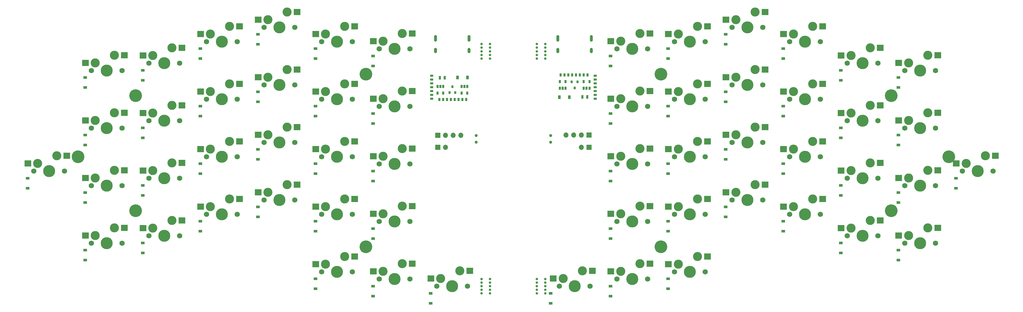
<source format=gbs>
%TF.GenerationSoftware,KiCad,Pcbnew,(5.1.7)-1*%
%TF.CreationDate,2021-02-09T20:12:25+08:00*%
%TF.ProjectId,jiran-ble,6a697261-6e2d-4626-9c65-2e6b69636164,rev?*%
%TF.SameCoordinates,Original*%
%TF.FileFunction,Soldermask,Bot*%
%TF.FilePolarity,Negative*%
%FSLAX46Y46*%
G04 Gerber Fmt 4.6, Leading zero omitted, Abs format (unit mm)*
G04 Created by KiCad (PCBNEW (5.1.7)-1) date 2021-02-09 20:12:25*
%MOMM*%
%LPD*%
G01*
G04 APERTURE LIST*
%ADD10C,0.800000*%
%ADD11C,3.987800*%
%ADD12C,3.000000*%
%ADD13R,2.300000X2.000000*%
%ADD14C,1.750000*%
%ADD15R,0.800000X1.200000*%
%ADD16R,0.650000X1.000000*%
%ADD17R,1.000000X0.650000*%
%ADD18R,0.650000X1.060000*%
%ADD19C,1.000000*%
%ADD20R,0.800000X0.900000*%
%ADD21O,1.700000X1.700000*%
%ADD22R,1.700000X1.700000*%
%ADD23C,4.200000*%
%ADD24R,1.200000X0.900000*%
%ADD25R,0.900000X1.200000*%
G04 APERTURE END LIST*
D10*
%TO.C,P4*%
X191491850Y-127000000D03*
X191491850Y-125809300D03*
X191491850Y-128190700D03*
X191491850Y-129381400D03*
X191491850Y-124618600D03*
X194270150Y-124618600D03*
X194270150Y-125809300D03*
X194270150Y-129381400D03*
X194270150Y-128190700D03*
X194270150Y-127000000D03*
%TD*%
%TO.C,P3*%
X191491850Y-49212500D03*
X191491850Y-48021800D03*
X191491850Y-50403200D03*
X191491850Y-51593900D03*
X191491850Y-46831100D03*
X194270150Y-46831100D03*
X194270150Y-48021800D03*
X194270150Y-51593900D03*
X194270150Y-50403200D03*
X194270150Y-49212500D03*
%TD*%
%TO.C,P2*%
X173235850Y-49212500D03*
X173235850Y-48021800D03*
X173235850Y-50403200D03*
X173235850Y-51593900D03*
X173235850Y-46831100D03*
X176014150Y-46831100D03*
X176014150Y-48021800D03*
X176014150Y-51593900D03*
X176014150Y-50403200D03*
X176014150Y-49212500D03*
%TD*%
%TO.C,P1*%
X173235850Y-127000000D03*
X173235850Y-125809300D03*
X173235850Y-128190700D03*
X173235850Y-129381400D03*
X173235850Y-124618600D03*
X176014150Y-124618600D03*
X176014150Y-125809300D03*
X176014150Y-129381400D03*
X176014150Y-128190700D03*
X176014150Y-127000000D03*
%TD*%
D11*
%TO.C,SW22*%
X87312500Y-103188000D03*
D12*
X89852500Y-98108000D03*
D13*
X93154500Y-98108000D03*
D14*
X92392500Y-103188000D03*
D13*
X80227500Y-100648000D03*
D12*
X83502500Y-100648000D03*
D14*
X82232500Y-103188000D03*
%TD*%
D15*
%TO.C,X2*%
X208159000Y-64293800D03*
X206559000Y-64293800D03*
%TD*%
%TO.C,X1*%
X159410000Y-57943800D03*
X161010000Y-57943800D03*
%TD*%
D16*
%TO.C,U5*%
X208252000Y-57077800D03*
X204442000Y-57077800D03*
D17*
X210792000Y-62411800D03*
X210792000Y-59871800D03*
X210792000Y-63681800D03*
X210792000Y-58601800D03*
D16*
X199362000Y-57077800D03*
X206982000Y-57077800D03*
X201902000Y-57077800D03*
X203172000Y-57077800D03*
X205712000Y-57077800D03*
X200632000Y-57077800D03*
D17*
X210792000Y-64951800D03*
X210792000Y-61141800D03*
X210792000Y-57331800D03*
%TD*%
D18*
%TO.C,U4*%
X207012000Y-61425000D03*
X208912000Y-61425000D03*
X207012000Y-59225000D03*
X207962000Y-61425000D03*
X208912000Y-59225000D03*
%TD*%
D16*
%TO.C,U2*%
X159254000Y-65159800D03*
X163064000Y-65159800D03*
D17*
X156714000Y-59825800D03*
X156714000Y-62365800D03*
X156714000Y-58555800D03*
X156714000Y-63635800D03*
D16*
X168144000Y-65159800D03*
X160524000Y-65159800D03*
X165604000Y-65159800D03*
X164334000Y-65159800D03*
X161794000Y-65159800D03*
X166874000Y-65159800D03*
D17*
X156714000Y-57285800D03*
X156714000Y-61095800D03*
X156714000Y-64905800D03*
%TD*%
D18*
%TO.C,U1*%
X160526000Y-60812500D03*
X158626000Y-60812500D03*
X160526000Y-63012500D03*
X159576000Y-60812500D03*
X158626000Y-63012500D03*
%TD*%
D11*
%TO.C,SW32*%
X299244000Y-53181200D03*
D12*
X301784000Y-48101200D03*
D13*
X305086000Y-48101200D03*
D14*
X304324000Y-53181200D03*
D13*
X292159000Y-50641200D03*
D12*
X295434000Y-50641200D03*
D14*
X294164000Y-53181200D03*
%TD*%
D11*
%TO.C,SW31*%
X318294000Y-55562500D03*
D12*
X320834000Y-50482500D03*
D13*
X324136000Y-50482500D03*
D14*
X323374000Y-55562500D03*
D13*
X311209000Y-53022500D03*
D12*
X314484000Y-53022500D03*
D14*
X313214000Y-55562500D03*
%TD*%
D11*
%TO.C,SW29*%
X163512000Y-127000000D03*
D12*
X166052000Y-121920000D03*
D13*
X169354000Y-121920000D03*
D14*
X168592000Y-127000000D03*
D13*
X156427000Y-124460000D03*
D12*
X159702000Y-124460000D03*
D14*
X158432000Y-127000000D03*
%TD*%
D19*
%TO.C,SW1*%
X171450000Y-79332000D03*
X171450000Y-77132000D03*
%TD*%
D20*
%TO.C,Q3*%
X204944000Y-59325000D03*
X203994000Y-61325000D03*
X203044000Y-59325000D03*
%TD*%
D19*
%TO.C,J5*%
X209569300Y-44627800D03*
X209569300Y-44932600D03*
X198418700Y-45554900D03*
X198418700Y-45262800D03*
X198418700Y-44919900D03*
X198418700Y-44615100D03*
X198418400Y-44335700D03*
X209569300Y-45275500D03*
X198418700Y-49098200D03*
X198419000Y-49343500D03*
X198419000Y-48581500D03*
X198419000Y-48844200D03*
X209569600Y-49343500D03*
X209569600Y-48581500D03*
X209569300Y-49098200D03*
X209569600Y-48844200D03*
X209569300Y-45567600D03*
X209569000Y-44348400D03*
%TD*%
D21*
%TO.C,J3*%
X166370000Y-76993800D03*
D22*
X158750000Y-76993800D03*
D21*
X161290000Y-76993800D03*
X163830000Y-76993800D03*
%TD*%
D19*
%TO.C,J2*%
X169087300Y-44627800D03*
X169087300Y-44932600D03*
X157936700Y-45554900D03*
X157936700Y-45262800D03*
X157936700Y-44919900D03*
X157936700Y-44615100D03*
X157936400Y-44335700D03*
X169087300Y-45275500D03*
X157936700Y-49098200D03*
X157937000Y-49343500D03*
X157937000Y-48581500D03*
X157937000Y-48844200D03*
X169087600Y-49343500D03*
X169087600Y-48581500D03*
X169087300Y-49098200D03*
X169087600Y-48844200D03*
X169087300Y-45567600D03*
X169087000Y-44348400D03*
%TD*%
D23*
%TO.C,HM10*%
X327819000Y-84137500D03*
%TD*%
%TO.C,HM9*%
X308769000Y-101997000D03*
%TD*%
%TO.C,HM8*%
X308769000Y-63896900D03*
%TD*%
%TO.C,HM7*%
X232569000Y-56753100D03*
%TD*%
%TO.C,HM6*%
X232569000Y-113903000D03*
%TD*%
%TO.C,HM5*%
X39687500Y-84137500D03*
%TD*%
%TO.C,HM4*%
X58737500Y-101997000D03*
%TD*%
%TO.C,HM3*%
X58737500Y-63896900D03*
%TD*%
%TO.C,HM2*%
X134938000Y-56753100D03*
%TD*%
%TO.C,HM1*%
X134938000Y-113903000D03*
%TD*%
D24*
%TO.C,D58*%
X196056000Y-132619000D03*
X196056000Y-129319000D03*
%TD*%
%TO.C,D57*%
X215900000Y-130238000D03*
X215900000Y-126938000D03*
%TD*%
%TO.C,D56*%
X234950000Y-127856000D03*
X234950000Y-124556000D03*
%TD*%
%TO.C,D55*%
X330200000Y-94518800D03*
X330200000Y-91218800D03*
%TD*%
%TO.C,D54*%
X215900000Y-111188000D03*
X215900000Y-107888000D03*
%TD*%
%TO.C,D53*%
X234950000Y-108806000D03*
X234950000Y-105506000D03*
%TD*%
%TO.C,D52*%
X254000000Y-104044000D03*
X254000000Y-100744000D03*
%TD*%
%TO.C,D51*%
X273050000Y-108806000D03*
X273050000Y-105506000D03*
%TD*%
%TO.C,D50*%
X292100000Y-115950000D03*
X292100000Y-112650000D03*
%TD*%
%TO.C,D49*%
X311150000Y-118331000D03*
X311150000Y-115031000D03*
%TD*%
%TO.C,D48*%
X215900000Y-92137500D03*
X215900000Y-88837500D03*
%TD*%
%TO.C,D47*%
X234950000Y-89756200D03*
X234950000Y-86456200D03*
%TD*%
%TO.C,D46*%
X254000000Y-84993800D03*
X254000000Y-81693800D03*
%TD*%
%TO.C,D45*%
X273050000Y-89756200D03*
X273050000Y-86456200D03*
%TD*%
%TO.C,D44*%
X292100000Y-96900000D03*
X292100000Y-93600000D03*
%TD*%
%TO.C,D43*%
X311150000Y-99281200D03*
X311150000Y-95981200D03*
%TD*%
%TO.C,D42*%
X215900000Y-73087500D03*
X215900000Y-69787500D03*
%TD*%
%TO.C,D41*%
X234950000Y-70706200D03*
X234950000Y-67406200D03*
%TD*%
%TO.C,D40*%
X254000000Y-65943800D03*
X254000000Y-62643800D03*
%TD*%
%TO.C,D39*%
X273050000Y-70706200D03*
X273050000Y-67406200D03*
%TD*%
%TO.C,D38*%
X292100000Y-77850000D03*
X292100000Y-74550000D03*
%TD*%
%TO.C,D37*%
X311150000Y-80231200D03*
X311150000Y-76931200D03*
%TD*%
%TO.C,D36*%
X215900000Y-54037500D03*
X215900000Y-50737500D03*
%TD*%
%TO.C,D35*%
X234950000Y-51656200D03*
X234950000Y-48356200D03*
%TD*%
%TO.C,D34*%
X254000000Y-46893800D03*
X254000000Y-43593800D03*
%TD*%
%TO.C,D33*%
X273050000Y-51656200D03*
X273050000Y-48356200D03*
%TD*%
%TO.C,D32*%
X292100000Y-58800000D03*
X292100000Y-55500000D03*
%TD*%
%TO.C,D31*%
X311150000Y-61181200D03*
X311150000Y-57881200D03*
%TD*%
D25*
%TO.C,D30*%
X198915000Y-64389000D03*
X202215000Y-64389000D03*
%TD*%
D24*
%TO.C,D29*%
X156369000Y-132619000D03*
X156369000Y-129319000D03*
%TD*%
%TO.C,D28*%
X137319000Y-130238000D03*
X137319000Y-126938000D03*
%TD*%
%TO.C,D27*%
X118269000Y-127856000D03*
X118269000Y-124556000D03*
%TD*%
%TO.C,D26*%
X23018800Y-94518800D03*
X23018800Y-91218800D03*
%TD*%
%TO.C,D25*%
X137319000Y-111188000D03*
X137319000Y-107888000D03*
%TD*%
%TO.C,D24*%
X118269000Y-108806000D03*
X118269000Y-105506000D03*
%TD*%
%TO.C,D23*%
X99218800Y-104044000D03*
X99218800Y-100744000D03*
%TD*%
%TO.C,D22*%
X80168800Y-108806000D03*
X80168800Y-105506000D03*
%TD*%
%TO.C,D21*%
X61118800Y-115950000D03*
X61118800Y-112650000D03*
%TD*%
%TO.C,D20*%
X42068800Y-118331000D03*
X42068800Y-115031000D03*
%TD*%
%TO.C,D19*%
X137319000Y-92137500D03*
X137319000Y-88837500D03*
%TD*%
%TO.C,D18*%
X118269000Y-89756200D03*
X118269000Y-86456200D03*
%TD*%
%TO.C,D17*%
X99218800Y-84993800D03*
X99218800Y-81693800D03*
%TD*%
%TO.C,D16*%
X80168800Y-89756200D03*
X80168800Y-86456200D03*
%TD*%
%TO.C,D15*%
X61118800Y-96900000D03*
X61118800Y-93600000D03*
%TD*%
%TO.C,D14*%
X42068800Y-99281200D03*
X42068800Y-95981200D03*
%TD*%
%TO.C,D13*%
X137319000Y-73087500D03*
X137319000Y-69787500D03*
%TD*%
%TO.C,D12*%
X118269000Y-70706200D03*
X118269000Y-67406200D03*
%TD*%
%TO.C,D11*%
X99218800Y-65943800D03*
X99218800Y-62643800D03*
%TD*%
%TO.C,D10*%
X80168800Y-70706200D03*
X80168800Y-67406200D03*
%TD*%
%TO.C,D9*%
X61118800Y-77850000D03*
X61118800Y-74550000D03*
%TD*%
%TO.C,D8*%
X42068800Y-80231200D03*
X42068800Y-76931200D03*
%TD*%
%TO.C,D7*%
X137319000Y-54037500D03*
X137319000Y-50737500D03*
%TD*%
%TO.C,D6*%
X118269000Y-51656200D03*
X118269000Y-48356200D03*
%TD*%
%TO.C,D5*%
X99218800Y-46893800D03*
X99218800Y-43593800D03*
%TD*%
%TO.C,D4*%
X80168800Y-51656200D03*
X80168800Y-48356200D03*
%TD*%
%TO.C,D3*%
X61118800Y-58800000D03*
X61118800Y-55500000D03*
%TD*%
%TO.C,D2*%
X42068800Y-61181200D03*
X42068800Y-57881200D03*
%TD*%
D25*
%TO.C,D1*%
X168592000Y-57848500D03*
X165292000Y-57848500D03*
%TD*%
D18*
%TO.C,U6*%
X199075000Y-61425000D03*
X200975000Y-61425000D03*
X199075000Y-59225000D03*
X200025000Y-61425000D03*
X200975000Y-59225000D03*
%TD*%
D11*
%TO.C,SW58*%
X203994000Y-127000000D03*
D12*
X206534000Y-121920000D03*
D13*
X209836000Y-121920000D03*
D14*
X209074000Y-127000000D03*
D13*
X196909000Y-124460000D03*
D12*
X200184000Y-124460000D03*
D14*
X198914000Y-127000000D03*
%TD*%
D11*
%TO.C,SW57*%
X223044000Y-124619000D03*
D12*
X225584000Y-119539000D03*
D13*
X228886000Y-119539000D03*
D14*
X228124000Y-124619000D03*
D13*
X215959000Y-122079000D03*
D12*
X219234000Y-122079000D03*
D14*
X217964000Y-124619000D03*
%TD*%
D11*
%TO.C,SW56*%
X242094000Y-122238000D03*
D12*
X244634000Y-117158000D03*
D13*
X247936000Y-117158000D03*
D14*
X247174000Y-122238000D03*
D13*
X235009000Y-119698000D03*
D12*
X238284000Y-119698000D03*
D14*
X237014000Y-122238000D03*
%TD*%
D11*
%TO.C,SW55*%
X337344000Y-88900000D03*
D12*
X339884000Y-83820000D03*
D13*
X343186000Y-83820000D03*
D14*
X342424000Y-88900000D03*
D13*
X330259000Y-86360000D03*
D12*
X333534000Y-86360000D03*
D14*
X332264000Y-88900000D03*
%TD*%
D11*
%TO.C,SW54*%
X223044000Y-105569000D03*
D12*
X225584000Y-100489000D03*
D13*
X228886000Y-100489000D03*
D14*
X228124000Y-105569000D03*
D13*
X215959000Y-103029000D03*
D12*
X219234000Y-103029000D03*
D14*
X217964000Y-105569000D03*
%TD*%
D11*
%TO.C,SW53*%
X242094000Y-103188000D03*
D12*
X244634000Y-98108000D03*
D13*
X247936000Y-98108000D03*
D14*
X247174000Y-103188000D03*
D13*
X235009000Y-100648000D03*
D12*
X238284000Y-100648000D03*
D14*
X237014000Y-103188000D03*
%TD*%
D11*
%TO.C,SW52*%
X261144000Y-98425000D03*
D12*
X263684000Y-93345000D03*
D13*
X266986000Y-93345000D03*
D14*
X266224000Y-98425000D03*
D13*
X254059000Y-95885000D03*
D12*
X257334000Y-95885000D03*
D14*
X256064000Y-98425000D03*
%TD*%
D11*
%TO.C,SW51*%
X280194000Y-103188000D03*
D12*
X282734000Y-98108000D03*
D13*
X286036000Y-98108000D03*
D14*
X285274000Y-103188000D03*
D13*
X273109000Y-100648000D03*
D12*
X276384000Y-100648000D03*
D14*
X275114000Y-103188000D03*
%TD*%
D11*
%TO.C,SW50*%
X299244000Y-110331000D03*
D12*
X301784000Y-105251000D03*
D13*
X305086000Y-105251000D03*
D14*
X304324000Y-110331000D03*
D13*
X292159000Y-107791000D03*
D12*
X295434000Y-107791000D03*
D14*
X294164000Y-110331000D03*
%TD*%
D11*
%TO.C,SW49*%
X318294000Y-112712000D03*
D12*
X320834000Y-107632000D03*
D13*
X324136000Y-107632000D03*
D14*
X323374000Y-112712000D03*
D13*
X311209000Y-110172000D03*
D12*
X314484000Y-110172000D03*
D14*
X313214000Y-112712000D03*
%TD*%
D11*
%TO.C,SW48*%
X223044000Y-86518800D03*
D12*
X225584000Y-81438800D03*
D13*
X228886000Y-81438800D03*
D14*
X228124000Y-86518800D03*
D13*
X215959000Y-83978800D03*
D12*
X219234000Y-83978800D03*
D14*
X217964000Y-86518800D03*
%TD*%
D11*
%TO.C,SW47*%
X242094000Y-84137500D03*
D12*
X244634000Y-79057500D03*
D13*
X247936000Y-79057500D03*
D14*
X247174000Y-84137500D03*
D13*
X235009000Y-81597500D03*
D12*
X238284000Y-81597500D03*
D14*
X237014000Y-84137500D03*
%TD*%
D11*
%TO.C,SW46*%
X261144000Y-79375000D03*
D12*
X263684000Y-74295000D03*
D13*
X266986000Y-74295000D03*
D14*
X266224000Y-79375000D03*
D13*
X254059000Y-76835000D03*
D12*
X257334000Y-76835000D03*
D14*
X256064000Y-79375000D03*
%TD*%
D11*
%TO.C,SW45*%
X280194000Y-84137500D03*
D12*
X282734000Y-79057500D03*
D13*
X286036000Y-79057500D03*
D14*
X285274000Y-84137500D03*
D13*
X273109000Y-81597500D03*
D12*
X276384000Y-81597500D03*
D14*
X275114000Y-84137500D03*
%TD*%
D11*
%TO.C,SW44*%
X299244000Y-91281200D03*
D12*
X301784000Y-86201200D03*
D13*
X305086000Y-86201200D03*
D14*
X304324000Y-91281200D03*
D13*
X292159000Y-88741200D03*
D12*
X295434000Y-88741200D03*
D14*
X294164000Y-91281200D03*
%TD*%
D11*
%TO.C,SW43*%
X318294000Y-93662500D03*
D12*
X320834000Y-88582500D03*
D13*
X324136000Y-88582500D03*
D14*
X323374000Y-93662500D03*
D13*
X311209000Y-91122500D03*
D12*
X314484000Y-91122500D03*
D14*
X313214000Y-93662500D03*
%TD*%
D11*
%TO.C,SW42*%
X223044000Y-67468800D03*
D12*
X225584000Y-62388800D03*
D13*
X228886000Y-62388800D03*
D14*
X228124000Y-67468800D03*
D13*
X215959000Y-64928800D03*
D12*
X219234000Y-64928800D03*
D14*
X217964000Y-67468800D03*
%TD*%
D11*
%TO.C,SW41*%
X242094000Y-65087500D03*
D12*
X244634000Y-60007500D03*
D13*
X247936000Y-60007500D03*
D14*
X247174000Y-65087500D03*
D13*
X235009000Y-62547500D03*
D12*
X238284000Y-62547500D03*
D14*
X237014000Y-65087500D03*
%TD*%
D11*
%TO.C,SW40*%
X261144000Y-60325000D03*
D12*
X263684000Y-55245000D03*
D13*
X266986000Y-55245000D03*
D14*
X266224000Y-60325000D03*
D13*
X254059000Y-57785000D03*
D12*
X257334000Y-57785000D03*
D14*
X256064000Y-60325000D03*
%TD*%
D11*
%TO.C,SW39*%
X280194000Y-65087500D03*
D12*
X282734000Y-60007500D03*
D13*
X286036000Y-60007500D03*
D14*
X285274000Y-65087500D03*
D13*
X273109000Y-62547500D03*
D12*
X276384000Y-62547500D03*
D14*
X275114000Y-65087500D03*
%TD*%
D11*
%TO.C,SW38*%
X299244000Y-72231200D03*
D12*
X301784000Y-67151200D03*
D13*
X305086000Y-67151200D03*
D14*
X304324000Y-72231200D03*
D13*
X292159000Y-69691200D03*
D12*
X295434000Y-69691200D03*
D14*
X294164000Y-72231200D03*
%TD*%
D11*
%TO.C,SW37*%
X318294000Y-74612500D03*
D12*
X320834000Y-69532500D03*
D13*
X324136000Y-69532500D03*
D14*
X323374000Y-74612500D03*
D13*
X311209000Y-72072500D03*
D12*
X314484000Y-72072500D03*
D14*
X313214000Y-74612500D03*
%TD*%
D11*
%TO.C,SW36*%
X223044000Y-48418800D03*
D12*
X225584000Y-43338800D03*
D13*
X228886000Y-43338800D03*
D14*
X228124000Y-48418800D03*
D13*
X215959000Y-45878800D03*
D12*
X219234000Y-45878800D03*
D14*
X217964000Y-48418800D03*
%TD*%
D11*
%TO.C,SW35*%
X242094000Y-46037500D03*
D12*
X244634000Y-40957500D03*
D13*
X247936000Y-40957500D03*
D14*
X247174000Y-46037500D03*
D13*
X235009000Y-43497500D03*
D12*
X238284000Y-43497500D03*
D14*
X237014000Y-46037500D03*
%TD*%
D11*
%TO.C,SW34*%
X261144000Y-41275000D03*
D12*
X263684000Y-36195000D03*
D13*
X266986000Y-36195000D03*
D14*
X266224000Y-41275000D03*
D13*
X254059000Y-38735000D03*
D12*
X257334000Y-38735000D03*
D14*
X256064000Y-41275000D03*
%TD*%
D11*
%TO.C,SW33*%
X280194000Y-46037500D03*
D12*
X282734000Y-40957500D03*
D13*
X286036000Y-40957500D03*
D14*
X285274000Y-46037500D03*
D13*
X273109000Y-43497500D03*
D12*
X276384000Y-43497500D03*
D14*
X275114000Y-46037500D03*
%TD*%
D21*
%TO.C,J6*%
X201136000Y-76962000D03*
D22*
X208756000Y-76962000D03*
D21*
X206216000Y-76962000D03*
X203676000Y-76962000D03*
%TD*%
D18*
%TO.C,U3*%
X168463000Y-60812500D03*
X166563000Y-60812500D03*
X168463000Y-63012500D03*
X167513000Y-60812500D03*
X166563000Y-63012500D03*
%TD*%
D19*
%TO.C,SW30*%
X196056000Y-77132000D03*
X196056000Y-79332000D03*
%TD*%
D11*
%TO.C,SW28*%
X144462000Y-124619000D03*
D12*
X147002000Y-119539000D03*
D13*
X150304000Y-119539000D03*
D14*
X149542000Y-124619000D03*
D13*
X137377000Y-122079000D03*
D12*
X140652000Y-122079000D03*
D14*
X139382000Y-124619000D03*
%TD*%
D11*
%TO.C,SW27*%
X125412000Y-122238000D03*
D12*
X127952000Y-117158000D03*
D13*
X131254000Y-117158000D03*
D14*
X130492000Y-122238000D03*
D13*
X118327000Y-119698000D03*
D12*
X121602000Y-119698000D03*
D14*
X120332000Y-122238000D03*
%TD*%
D11*
%TO.C,SW26*%
X30162500Y-88900000D03*
D12*
X32702500Y-83820000D03*
D13*
X36004500Y-83820000D03*
D14*
X35242500Y-88900000D03*
D13*
X23077500Y-86360000D03*
D12*
X26352500Y-86360000D03*
D14*
X25082500Y-88900000D03*
%TD*%
D11*
%TO.C,SW25*%
X144462000Y-105569000D03*
D12*
X147002000Y-100489000D03*
D13*
X150304000Y-100489000D03*
D14*
X149542000Y-105569000D03*
D13*
X137377000Y-103029000D03*
D12*
X140652000Y-103029000D03*
D14*
X139382000Y-105569000D03*
%TD*%
D11*
%TO.C,SW24*%
X125412000Y-103188000D03*
D12*
X127952000Y-98108000D03*
D13*
X131254000Y-98108000D03*
D14*
X130492000Y-103188000D03*
D13*
X118327000Y-100648000D03*
D12*
X121602000Y-100648000D03*
D14*
X120332000Y-103188000D03*
%TD*%
D11*
%TO.C,SW23*%
X106362000Y-98425000D03*
D12*
X108902000Y-93345000D03*
D13*
X112204000Y-93345000D03*
D14*
X111442000Y-98425000D03*
D13*
X99277000Y-95885000D03*
D12*
X102552000Y-95885000D03*
D14*
X101282000Y-98425000D03*
%TD*%
D11*
%TO.C,SW21*%
X68262500Y-110331000D03*
D12*
X70802500Y-105251000D03*
D13*
X74104500Y-105251000D03*
D14*
X73342500Y-110331000D03*
D13*
X61177500Y-107791000D03*
D12*
X64452500Y-107791000D03*
D14*
X63182500Y-110331000D03*
%TD*%
D11*
%TO.C,SW20*%
X49212500Y-112712000D03*
D12*
X51752500Y-107632000D03*
D13*
X55054500Y-107632000D03*
D14*
X54292500Y-112712000D03*
D13*
X42127500Y-110172000D03*
D12*
X45402500Y-110172000D03*
D14*
X44132500Y-112712000D03*
%TD*%
D11*
%TO.C,SW19*%
X144462000Y-86518800D03*
D12*
X147002000Y-81438800D03*
D13*
X150304000Y-81438800D03*
D14*
X149542000Y-86518800D03*
D13*
X137377000Y-83978800D03*
D12*
X140652000Y-83978800D03*
D14*
X139382000Y-86518800D03*
%TD*%
D11*
%TO.C,SW18*%
X125412000Y-84137500D03*
D12*
X127952000Y-79057500D03*
D13*
X131254000Y-79057500D03*
D14*
X130492000Y-84137500D03*
D13*
X118327000Y-81597500D03*
D12*
X121602000Y-81597500D03*
D14*
X120332000Y-84137500D03*
%TD*%
D11*
%TO.C,SW17*%
X106362000Y-79375000D03*
D12*
X108902000Y-74295000D03*
D13*
X112204000Y-74295000D03*
D14*
X111442000Y-79375000D03*
D13*
X99277000Y-76835000D03*
D12*
X102552000Y-76835000D03*
D14*
X101282000Y-79375000D03*
%TD*%
D11*
%TO.C,SW16*%
X87312500Y-84137500D03*
D12*
X89852500Y-79057500D03*
D13*
X93154500Y-79057500D03*
D14*
X92392500Y-84137500D03*
D13*
X80227500Y-81597500D03*
D12*
X83502500Y-81597500D03*
D14*
X82232500Y-84137500D03*
%TD*%
D11*
%TO.C,SW15*%
X68262500Y-91281200D03*
D12*
X70802500Y-86201200D03*
D13*
X74104500Y-86201200D03*
D14*
X73342500Y-91281200D03*
D13*
X61177500Y-88741200D03*
D12*
X64452500Y-88741200D03*
D14*
X63182500Y-91281200D03*
%TD*%
D11*
%TO.C,SW14*%
X49212500Y-93662500D03*
D12*
X51752500Y-88582500D03*
D13*
X55054500Y-88582500D03*
D14*
X54292500Y-93662500D03*
D13*
X42127500Y-91122500D03*
D12*
X45402500Y-91122500D03*
D14*
X44132500Y-93662500D03*
%TD*%
D11*
%TO.C,SW13*%
X144462000Y-67468800D03*
D12*
X147002000Y-62388800D03*
D13*
X150304000Y-62388800D03*
D14*
X149542000Y-67468800D03*
D13*
X137377000Y-64928800D03*
D12*
X140652000Y-64928800D03*
D14*
X139382000Y-67468800D03*
%TD*%
D11*
%TO.C,SW12*%
X125412000Y-65087500D03*
D12*
X127952000Y-60007500D03*
D13*
X131254000Y-60007500D03*
D14*
X130492000Y-65087500D03*
D13*
X118327000Y-62547500D03*
D12*
X121602000Y-62547500D03*
D14*
X120332000Y-65087500D03*
%TD*%
D11*
%TO.C,SW11*%
X106362000Y-60325000D03*
D12*
X108902000Y-55245000D03*
D13*
X112204000Y-55245000D03*
D14*
X111442000Y-60325000D03*
D13*
X99277000Y-57785000D03*
D12*
X102552000Y-57785000D03*
D14*
X101282000Y-60325000D03*
%TD*%
D11*
%TO.C,SW10*%
X87312500Y-65087500D03*
D12*
X89852500Y-60007500D03*
D13*
X93154500Y-60007500D03*
D14*
X92392500Y-65087500D03*
D13*
X80227500Y-62547500D03*
D12*
X83502500Y-62547500D03*
D14*
X82232500Y-65087500D03*
%TD*%
D11*
%TO.C,SW9*%
X68262500Y-72231200D03*
D12*
X70802500Y-67151200D03*
D13*
X74104500Y-67151200D03*
D14*
X73342500Y-72231200D03*
D13*
X61177500Y-69691200D03*
D12*
X64452500Y-69691200D03*
D14*
X63182500Y-72231200D03*
%TD*%
D11*
%TO.C,SW8*%
X49212500Y-74612500D03*
D12*
X51752500Y-69532500D03*
D13*
X55054500Y-69532500D03*
D14*
X54292500Y-74612500D03*
D13*
X42127500Y-72072500D03*
D12*
X45402500Y-72072500D03*
D14*
X44132500Y-74612500D03*
%TD*%
D11*
%TO.C,SW7*%
X144462000Y-48418800D03*
D12*
X147002000Y-43338800D03*
D13*
X150304000Y-43338800D03*
D14*
X149542000Y-48418800D03*
D13*
X137377000Y-45878800D03*
D12*
X140652000Y-45878800D03*
D14*
X139382000Y-48418800D03*
%TD*%
D11*
%TO.C,SW6*%
X125412000Y-46037500D03*
D12*
X127952000Y-40957500D03*
D13*
X131254000Y-40957500D03*
D14*
X130492000Y-46037500D03*
D13*
X118327000Y-43497500D03*
D12*
X121602000Y-43497500D03*
D14*
X120332000Y-46037500D03*
%TD*%
D11*
%TO.C,SW5*%
X106362000Y-41275000D03*
D12*
X108902000Y-36195000D03*
D13*
X112204000Y-36195000D03*
D14*
X111442000Y-41275000D03*
D13*
X99277000Y-38735000D03*
D12*
X102552000Y-38735000D03*
D14*
X101282000Y-41275000D03*
%TD*%
D11*
%TO.C,SW4*%
X87312500Y-46037500D03*
D12*
X89852500Y-40957500D03*
D13*
X93154500Y-40957500D03*
D14*
X92392500Y-46037500D03*
D13*
X80227500Y-43497500D03*
D12*
X83502500Y-43497500D03*
D14*
X82232500Y-46037500D03*
%TD*%
D11*
%TO.C,SW3*%
X68262500Y-53181200D03*
D12*
X70802500Y-48101200D03*
D13*
X74104500Y-48101200D03*
D14*
X73342500Y-53181200D03*
D13*
X61177500Y-50641200D03*
D12*
X64452500Y-50641200D03*
D14*
X63182500Y-53181200D03*
%TD*%
D11*
%TO.C,SW2*%
X49212500Y-55562500D03*
D12*
X51752500Y-50482500D03*
D13*
X55054500Y-50482500D03*
D14*
X54292500Y-55562500D03*
D13*
X42127500Y-53022500D03*
D12*
X45402500Y-53022500D03*
D14*
X44132500Y-55562500D03*
%TD*%
D20*
%TO.C,Q1*%
X162594000Y-62912500D03*
X163544000Y-60912500D03*
X164494000Y-62912500D03*
%TD*%
D22*
%TO.C,J4*%
X208756000Y-80962500D03*
D21*
X206216000Y-80962500D03*
%TD*%
D22*
%TO.C,J1*%
X158750000Y-80962500D03*
D21*
X161290000Y-80962500D03*
%TD*%
M02*

</source>
